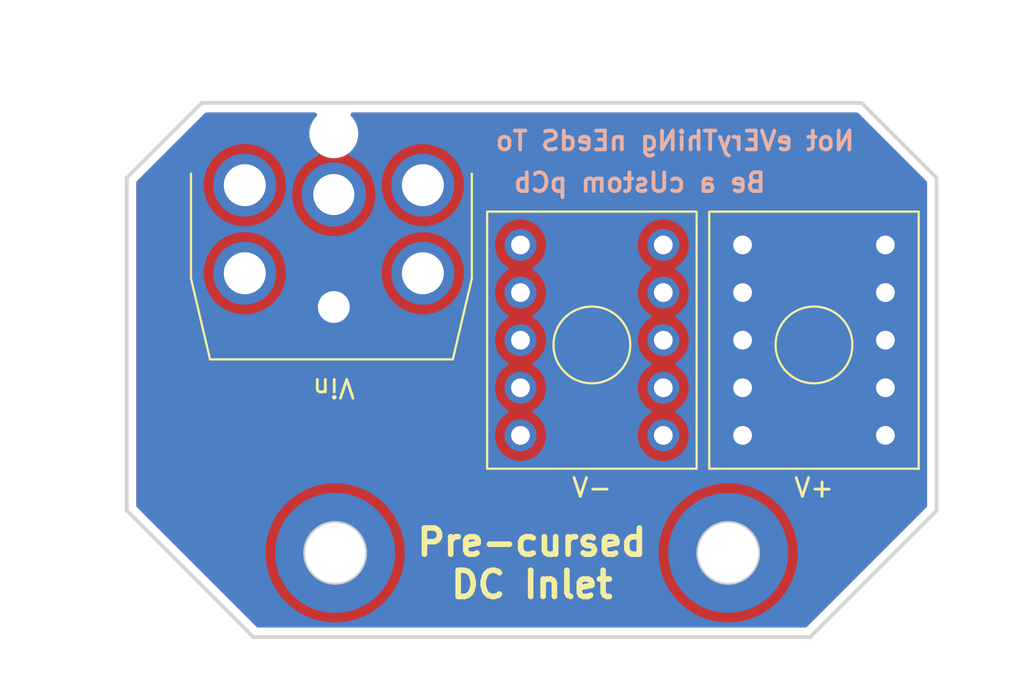
<source format=kicad_pcb>
(kicad_pcb (version 20211014) (generator pcbnew)
  (layers (0 "F.Cu" signal) (31 "B.Cu" signal) (34 "B.Paste" user) (35 "F.Paste" user) (36 "B.SilkS" user "B.Silkscreen") (37 "F.SilkS" user "F.Silkscreen") (38 "B.Mask" user) (39 "F.Mask" user) (44 "Edge.Cuts" user))
  (net 0 "")
  (net 1 "V+")
  (net 2 "V-")
  (footprint "Connector_PinHeader_2.54mm:screwTerminal_MC" (layer "F.Cu") (at 151.95 102.24 180)
    (fp_text reference "V-" (at 0 -2.794 unlocked) (layer "F.SilkS"))
    (fp_text value " " hide)
    (fp_rect (start -5.588 -1.778) (end 5.588 11.938) (layer "F.SilkS") (width 0.12) (fill none))
    (fp_circle (center 0 4.826) (end 1.016 6.604) (layer "F.SilkS") (width 0.12) (fill none))
    (pad "1" thru_hole circle (at -3.81 10.16 180) (size 1.7 1.7) (drill 1) (layers *.Cu *.Mask) (net 2 "V-"))
    (pad "1" thru_hole circle (at 3.81 0 180) (size 1.7 1.7) (drill 1) (layers *.Cu *.Mask) (net 2 "V-"))
    (pad "1" thru_hole circle (at -3.81 7.62 180) (size 1.7 1.7) (drill 1) (layers *.Cu *.Mask) (net 2 "V-"))
    (pad "1" thru_hole circle (at -3.81 5.08 180) (size 1.7 1.7) (drill 1) (layers *.Cu *.Mask) (net 2 "V-"))
    (pad "1" thru_hole circle (at 3.81 5.08 180) (size 1.7 1.7) (drill 1) (layers *.Cu *.Mask) (net 2 "V-"))
    (pad "1" thru_hole circle (at -3.81 0 180) (size 1.7 1.7) (drill 1) (layers *.Cu *.Mask) (net 2 "V-"))
    (pad "1" thru_hole circle (at -3.81 2.54 180) (size 1.7 1.7) (drill 1) (layers *.Cu *.Mask) (net 2 "V-"))
    (pad "1" thru_hole circle (at 3.81 10.16 180) (size 1.7 1.7) (drill 1) (layers *.Cu *.Mask) (net 2 "V-"))
    (pad "1" thru_hole circle (at 3.81 7.62 180) (size 1.7 1.7) (drill 1) (layers *.Cu *.Mask) (net 2 "V-"))
    (pad "1" thru_hole circle (at 3.81 2.54 180) (size 1.7 1.7) (drill 1) (layers *.Cu *.Mask) (net 2 "V-"))
  )
  (footprint "MountingHole:MountingHole_3.2mm_M3_Pad" (layer "F.Cu") (at 159.223204 108.510366 180)
    (fp_text reference "REF**" hide)
    (fp_text value "MountingHole_3.2mm_M3_Pad" hide)
    (pad "1" thru_hole circle locked (at 0 0 180) (size 6.4 6.4) (drill 3.2) (layers *.Cu *.Mask) (net 2 "V-"))
  )
  (footprint "MountingHole:MountingHole_3.2mm_M3_Pad" (layer "F.Cu") (at 138.252832 108.510366 180)
    (fp_text reference "REF**" hide)
    (fp_text value "MountingHole_3.2mm_M3_Pad" hide)
    (pad "1" thru_hole circle locked (at 0 0 180) (size 6.4 6.4) (drill 3.2) (layers *.Cu *.Mask) (net 2 "V-"))
  )
  (footprint "Connector_PinHeader_2.54mm:screwTerminal_MC" (layer "F.Cu") (at 163.8 102.24 180)
    (fp_text reference "V+" (at 0 -2.794 unlocked) (layer "F.SilkS"))
    (fp_text value " " hide)
    (fp_rect (start -5.588 -1.778) (end 5.588 11.938) (layer "F.SilkS") (width 0.12) (fill none))
    (fp_circle (center 0 4.826) (end 1.016 6.604) (layer "F.SilkS") (width 0.12) (fill none))
    (pad "1" thru_hole circle (at 3.81 10.16 180) (size 1.7 1.7) (drill 1) (layers *.Cu *.Mask) (net 1 "V+"))
    (pad "1" thru_hole circle (at -3.81 0 180) (size 1.7 1.7) (drill 1) (layers *.Cu *.Mask) (net 1 "V+"))
    (pad "1" thru_hole circle (at 3.81 2.54 180) (size 1.7 1.7) (drill 1) (layers *.Cu *.Mask) (net 1 "V+"))
    (pad "1" thru_hole circle (at -3.81 5.08 180) (size 1.7 1.7) (drill 1) (layers *.Cu *.Mask) (net 1 "V+"))
    (pad "1" thru_hole circle (at 3.81 0 180) (size 1.7 1.7) (drill 1) (layers *.Cu *.Mask) (net 1 "V+"))
    (pad "1" thru_hole circle (at -3.81 10.16 180) (size 1.7 1.7) (drill 1) (layers *.Cu *.Mask) (net 1 "V+"))
    (pad "1" thru_hole circle (at -3.81 2.54 180) (size 1.7 1.7) (drill 1) (layers *.Cu *.Mask) (net 1 "V+"))
    (pad "1" thru_hole circle (at -3.81 7.62 180) (size 1.7 1.7) (drill 1) (layers *.Cu *.Mask) (net 1 "V+"))
    (pad "1" thru_hole circle (at 3.81 7.62 180) (size 1.7 1.7) (drill 1) (layers *.Cu *.Mask) (net 1 "V+"))
    (pad "1" thru_hole circle (at 3.81 5.08 180) (size 1.7 1.7) (drill 1) (layers *.Cu *.Mask) (net 1 "V+"))
  )
  (footprint "KiCadMall:PJ082BH" (layer "F.Cu") (at 138.18 95.39 -90)
    (fp_text reference "Vin" (at 4.318 0 180 unlocked) (layer "F.SilkS"))
    (fp_text value "PJ082BH" hide)
    (fp_line (start -1.524 7.62) (end -7.112 7.62) (layer "F.SilkS") (width 0.12))
    (fp_line (start 2.794 6.604) (end -1.524 7.62) (layer "F.SilkS") (width 0.12))
    (fp_line (start 2.794 -6.35) (end -1.524 -7.366) (layer "F.SilkS") (width 0.12))
    (fp_line (start 2.794 -6.35) (end 2.794 6.604) (layer "F.SilkS") (width 0.12))
    (fp_line (start -1.524 -7.366) (end -7.112 -7.366) (layer "F.SilkS") (width 0.12))
    (pad "" np_thru_hole circle (at -9.25 0 270) (size 1.6 1.6) (drill 1.6) (layers *.Cu *.Mask))
    (pad "1" thru_hole circle (at 0 0 270) (size 3.42 3.42) (drill 1.7) (layers *.Cu *.Mask) (net 1 "V+"))
    (pad "2" thru_hole circle (at -6 0 270) (size 3.42 3.42) (drill 2.193) (layers *.Cu *.Mask) (net 2 "V-"))
    (pad "MH1" thru_hole circle (at -1.8 -4.75 270) (size 3.36 3.36) (drill 2.24) (layers *.Cu *.Mask) (net 2 "V-"))
    (pad "MH2" thru_hole circle (at -6.5 -4.75 270) (size 3.36 3.36) (drill 2.24) (layers *.Cu *.Mask) (net 2 "V-"))
    (pad "MH3" thru_hole circle (at -1.8 4.75 270) (size 3.36 3.36) (drill 2.24) (layers *.Cu *.Mask) (net 2 "V-"))
    (pad "MH4" thru_hole circle (at -6.5 4.75 270) (size 3.36 3.36) (drill 2.24) (layers *.Cu *.Mask) (net 2 "V-"))
  )
  (gr_line (start 127.134319 106.249996) (end 133.884319 112.999996) (layer "Edge.Cuts") (width 0.2))
  (gr_line (start 133.884319 112.999996) (end 163.591716 112.999996) (layer "Edge.Cuts") (width 0.2))
  (gr_line (start 127.134319 88.5) (end 127.134319 106.249996) (layer "Edge.Cuts") (width 0.2))
  (gr_line (start 163.591716 112.999996) (end 170.341716 106.249996) (layer "Edge.Cuts") (width 0.2))
  (gr_line (start 170.341716 88.5) (end 166.341716 84.5) (layer "Edge.Cuts") (width 0.2))
  (gr_line (start 166.341716 84.5) (end 131.134319 84.5) (layer "Edge.Cuts") (width 0.2))
  (gr_line (start 170.341716 106.249996) (end 170.341716 88.5) (layer "Edge.Cuts") (width 0.2))
  (gr_line (start 131.134319 84.5) (end 127.134319 88.5) (layer "Edge.Cuts") (width 0.2))
  (gr_circle (center 138.252832 108.510366) (end 136.652832 108.510366) (layer "Edge.Cuts") (width 0.2) (fill none))
  (gr_circle (center 159.223204 108.510366) (end 157.623204 108.510366) (layer "Edge.Cuts") (width 0.2) (fill none))
  (gr_text "Be a cUstom pCb\n" (at 154.5 88.75) (layer "B.SilkS") (effects (font (size 1 1) (thickness 0.2)) (justify mirror)))
  (gr_text "Not eVEryThiNg nEedS To \n" (at 156 86.525) (layer "B.SilkS") (effects (font (size 1 1) (thickness 0.2)) (justify mirror)))
  (gr_text "Pre-cursed\nDC Inlet" (at 148.75 109.075) (layer "F.SilkS") (effects (font (size 1.4 1.4) (thickness 0.3))))
  (segment (start 160.28 102.53) (end 159.99 102.24) (width 0.25) (layer "F.Cu") (net 1))
  (segment (start 142.43 89.39) (end 142.93 88.89) (width 0.25) (layer "F.Cu") (net 2))
  (segment (start 137.68 88.89) (end 138.18 89.39) (width 0.25) (layer "F.Cu") (net 2))
  (zone (net 2) (net_name "V-") (layer "F.Cu") (connect_pads yes (clearance 0.508)) (min_thickness 0.254) (fill yes (thermal_gap 0.508) (thermal_bridge_width 0.508))
    (polygon (pts (xy 122.9 115.55) (xy 122.29 83.23) (xy 174.72 82.08) (xy 175.03 116.01)))
  )
  (zone (net 1) (net_name "V+") (layer "B.Cu") (connect_pads yes (clearance 0.508)) (min_thickness 0.254) (fill yes (thermal_gap 0.508) (thermal_bridge_width 0.508))
    (polygon (pts (xy 120.6 112.63) (xy 120.52 84.69) (xy 120.37 83.77) (xy 120.52 84.23) (xy 174.49 79.01) (xy 174.03 114.86)))
  )
)
</source>
